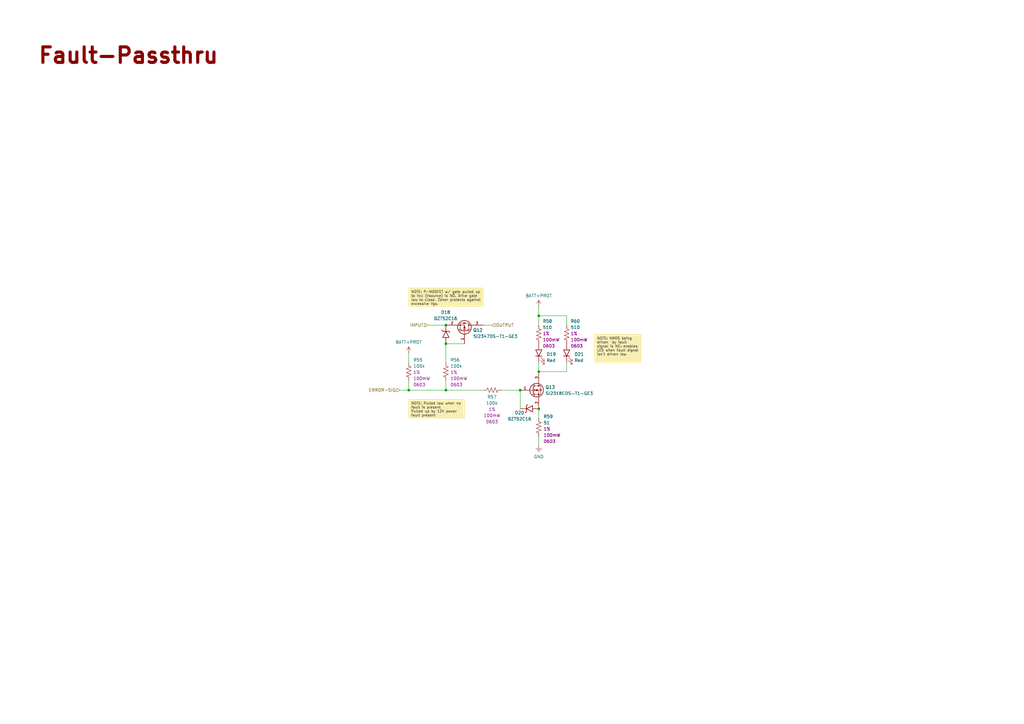
<source format=kicad_sch>
(kicad_sch (version 20250114) (generator "eeschema") (generator_version "9.0")
  (paper "A3")
  (lib_symbols
    (symbol "-Diodes-LED:NCD0805R1" (pin_numbers (hide yes)) (pin_names (hide yes))
      (property "Reference" "D" (at 0 -7.62 0))
      (property "Value" "Red" (at 0 -11.43 0))
      (symbol "NCD0805R1_0_1"
        (polyline (pts (xy 2.54 1.27) (xy 2.54 -1.27) (xy 5.08 0) (xy 2.54 1.27)) (stroke (width 0.254)))
        (polyline (pts (xy 5.08 1.27) (xy 5.08 -1.27)) (stroke (width 0.254)))
        (polyline (pts (xy 5.588 0.762) (xy 7.112 2.286) (xy 6.35 2.286) (xy 7.112 2.286) (xy 7.112 1.524)))
        (polyline (pts (xy 6.858 0.762) (xy 8.382 2.286) (xy 7.62 2.286) (xy 8.382 2.286) (xy 8.382 1.524)))
      )
      (symbol "NCD0805R1_1_1"
        (pin passive line (at 0 0 0) (length 2.54) (name "A") (number "2"))
        (pin passive line (at 7.62 0 180) (length 2.54) (name "K") (number "1"))
      )
    )
    (symbol "-Diodes-Zener:BZT52C16" (pin_numbers (hide yes)) (pin_names (hide yes))
      (property "Reference" "D" (at 0 -7.62 0))
      (property "Value" "BZT52C16" (at 0 -11.43 0))
      (symbol "BZT52C16_0_1"
        (polyline (pts (xy 2.54 1.27) (xy 2.54 -1.27) (xy 5.08 0) (xy 2.54 1.27)) (stroke (width 0.254)))
      )
      (symbol "BZT52C16_1_1"
        (polyline (pts (xy 4.572 -1.651) (xy 5.08 -1.27)) (stroke (width 0.254)))
        (polyline (pts (xy 5.08 1.27) (xy 5.08 -1.27)) (stroke (width 0.254)))
        (polyline (pts (xy 5.08 1.27) (xy 5.588 1.651)) (stroke (width 0.254)))
        (pin passive line (at 0 0 0) (length 2.54) (name "A") (number "2"))
        (pin passive line (at 7.62 0 180) (length 2.54) (name "K") (number "1"))
      )
    )
    (symbol "-MOSFET-N-Channel:SI2318CDS-T1-GE3" (pin_names (hide yes))
      (property "Reference" "Q" (at 0 -19.05 0))
      (property "Value" "SI2318CDS-T1-GE3" (at 0 -22.86 0))
      (symbol "SI2318CDS-T1-GE3_0_1"
        (polyline (pts (xy 5.334 1.905) (xy 5.334 -1.905)) (stroke (width 0.254)))
        (polyline (pts (xy 5.334 0) (xy 3.937 0)))
        (polyline (pts (xy 5.842 2.286) (xy 5.842 1.27)) (stroke (width 0.254)))
        (polyline (pts (xy 5.842 0.508) (xy 5.842 -0.508)) (stroke (width 0.254)))
        (polyline (pts (xy 5.842 -1.27) (xy 5.842 -2.286)) (stroke (width 0.254)))
        (polyline (pts (xy 5.842 -1.778) (xy 8.382 -1.778) (xy 8.382 1.778) (xy 5.842 1.778)))
        (polyline (pts (xy 6.096 0) (xy 7.112 0.381) (xy 7.112 -0.381) (xy 6.096 0)) (fill (type outline)))
        (circle (center 6.731 0) (radius 2.794) (stroke (width 0.254)))
        (polyline (pts (xy 7.62 2.54) (xy 7.62 1.778)))
        (circle (center 7.62 1.778) (radius 0.254) (fill (type outline)))
        (circle (center 7.62 -1.778) (radius 0.254) (fill (type outline)))
        (polyline (pts (xy 7.62 -2.54) (xy 7.62 0) (xy 5.842 0)))
        (polyline (pts (xy 7.874 0.508) (xy 8.001 0.381) (xy 8.763 0.381) (xy 8.89 0.254)))
        (polyline (pts (xy 8.382 0.381) (xy 8.001 -0.254) (xy 8.763 -0.254) (xy 8.382 0.381)))
      )
      (symbol "SI2318CDS-T1-GE3_1_1"
        (pin passive line (at 0 0 0) (length 3.937) (name "G") (number "1"))
        (pin passive line (at 7.62 7.62 270) (length 4.953) (name "D") (number "3"))
        (pin passive line (at 7.62 -7.62 90) (length 4.953) (name "S") (number "2"))
      )
    )
    (symbol "-MOSFET-P-Channel:SI2347DS-T1-GE3" (pin_names (hide yes))
      (property "Reference" "Q" (at 0 -19.05 0))
      (property "Value" "SI2347DS-T1-GE3" (at 0 -22.86 0))
      (symbol "SI2347DS-T1-GE3_0_1"
        (polyline (pts (xy 5.334 1.905) (xy 5.334 -1.905)) (stroke (width 0.254)))
        (polyline (pts (xy 5.334 0) (xy 3.937 0)))
        (polyline (pts (xy 5.842 2.286) (xy 5.842 1.27)) (stroke (width 0.254)))
        (polyline (pts (xy 5.842 1.778) (xy 8.382 1.778) (xy 8.382 -1.778) (xy 5.842 -1.778)))
        (polyline (pts (xy 5.842 0.508) (xy 5.842 -0.508)) (stroke (width 0.254)))
        (polyline (pts (xy 5.842 -1.27) (xy 5.842 -2.286)) (stroke (width 0.254)))
        (circle (center 6.731 0) (radius 2.794) (stroke (width 0.254)))
        (polyline (pts (xy 7.366 0) (xy 6.35 0.381) (xy 6.35 -0.381) (xy 7.366 0)) (fill (type outline)))
        (polyline (pts (xy 7.62 2.54) (xy 7.62 1.778)))
        (circle (center 7.62 1.778) (radius 0.254) (fill (type outline)))
        (circle (center 7.62 -1.778) (radius 0.254) (fill (type outline)))
        (polyline (pts (xy 7.62 -2.54) (xy 7.62 0) (xy 5.842 0)))
        (polyline (pts (xy 7.874 -0.508) (xy 8.001 -0.381) (xy 8.763 -0.381) (xy 8.89 -0.254)))
        (polyline (pts (xy 8.382 -0.381) (xy 8.001 0.254) (xy 8.763 0.254) (xy 8.382 -0.381)))
      )
      (symbol "SI2347DS-T1-GE3_1_1"
        (pin passive line (at 0 0 0) (length 3.937) (name "G") (number "1"))
        (pin passive line (at 7.62 7.62 270) (length 4.953) (name "D") (number "3"))
        (pin passive line (at 7.62 -7.62 90) (length 4.953) (name "S") (number "2"))
      )
    )
    (symbol "-R-SMD-0603:R-0603-100k-1%-100mW-100PPM" (pin_numbers (hide yes)) (pin_names (hide yes))
      (property "Reference" "R" (at 0 -7.62 0))
      (property "Value" "100k" (at 0 -11.43 0))
      (property "Tolerance" "1%" (at 0 -26.67 0))
      (property "Power Rating" "100mW" (at 0 -30.48 0))
      (property "Case/Package" "0603" (at 0 -34.29 0))
      (symbol "R-0603-100k-1%-100mW-100PPM_0_1"
        (polyline (pts (xy 1.524 0) (xy 1.27 0)))
        (polyline (pts (xy 1.524 0) (xy 1.905 1.016) (xy 2.286 0) (xy 2.667 -1.016) (xy 3.048 0)))
        (polyline (pts (xy 3.048 0) (xy 3.429 1.016) (xy 3.81 0) (xy 4.191 -1.016) (xy 4.572 0)))
        (polyline (pts (xy 4.572 0) (xy 4.953 1.016) (xy 5.334 0) (xy 5.715 -1.016) (xy 6.096 0)))
        (polyline (pts (xy 6.096 0) (xy 6.35 0)))
      )
      (symbol "R-0603-100k-1%-100mW-100PPM_1_1"
        (pin passive line (at 0 0 0) (length 1.27) (name "1") (number "1"))
        (pin passive line (at 7.62 0 180) (length 1.27) (name "2") (number "2"))
      )
    )
    (symbol "-R-SMD-0603:R-0603-51-1%-100mW-100PPM" (pin_numbers (hide yes)) (pin_names (hide yes))
      (property "Reference" "R" (at 0 -7.62 0))
      (property "Value" "51" (at 0 -11.43 0))
      (property "Tolerance" "1%" (at 0 -26.67 0))
      (property "Power Rating" "100mW" (at 0 -30.48 0))
      (property "Case/Package" "0603" (at 0 -34.29 0))
      (symbol "R-0603-51-1%-100mW-100PPM_0_1"
        (polyline (pts (xy 1.524 0) (xy 1.27 0)))
        (polyline (pts (xy 1.524 0) (xy 1.905 1.016) (xy 2.286 0) (xy 2.667 -1.016) (xy 3.048 0)))
        (polyline (pts (xy 3.048 0) (xy 3.429 1.016) (xy 3.81 0) (xy 4.191 -1.016) (xy 4.572 0)))
        (polyline (pts (xy 4.572 0) (xy 4.953 1.016) (xy 5.334 0) (xy 5.715 -1.016) (xy 6.096 0)))
        (polyline (pts (xy 6.096 0) (xy 6.35 0)))
      )
      (symbol "R-0603-51-1%-100mW-100PPM_1_1"
        (pin passive line (at 0 0 0) (length 1.27) (name "1") (number "1"))
        (pin passive line (at 7.62 0 180) (length 1.27) (name "2") (number "2"))
      )
    )
    (symbol "-R-SMD-0603:R-0603-510-1%-100mW-100PPM" (pin_numbers (hide yes)) (pin_names (hide yes))
      (property "Reference" "R" (at 0 -7.62 0))
      (property "Value" "510" (at 0 -11.43 0))
      (property "Tolerance" "1%" (at 0 -26.67 0))
      (property "Power Rating" "100mW" (at 0 -30.48 0))
      (property "Case/Package" "0603" (at 0 -34.29 0))
      (symbol "R-0603-510-1%-100mW-100PPM_0_1"
        (polyline (pts (xy 1.524 0) (xy 1.27 0)))
        (polyline (pts (xy 1.524 0) (xy 1.905 1.016) (xy 2.286 0) (xy 2.667 -1.016) (xy 3.048 0)))
        (polyline (pts (xy 3.048 0) (xy 3.429 1.016) (xy 3.81 0) (xy 4.191 -1.016) (xy 4.572 0)))
        (polyline (pts (xy 4.572 0) (xy 4.953 1.016) (xy 5.334 0) (xy 5.715 -1.016) (xy 6.096 0)))
        (polyline (pts (xy 6.096 0) (xy 6.35 0)))
      )
      (symbol "R-0603-510-1%-100mW-100PPM_1_1"
        (pin passive line (at 0 0 0) (length 1.27) (name "1") (number "1"))
        (pin passive line (at 7.62 0 180) (length 1.27) (name "2") (number "2"))
      )
    )
    (symbol "power:Earth" (power) (pin_numbers (hide yes)) (pin_names (offset 0) (hide yes))
      (property "Value" "Earth" (at 0 -3.81 0))
      (symbol "Earth_0_1"
        (polyline (pts (xy -0.635 -1.905) (xy 0.635 -1.905)))
        (polyline (pts (xy -0.127 -2.54) (xy 0.127 -2.54)))
        (polyline (pts (xy 0 -1.27) (xy 0 0)))
        (polyline (pts (xy 1.27 -1.27) (xy -1.27 -1.27)))
      )
      (symbol "Earth_1_1"
        (pin power_in line (at 0 0 270) (length 0) (name "~") (number "1"))
      )
    )
    (symbol "power:VCC" (power) (pin_numbers (hide yes)) (pin_names (offset 0) (hide yes))
      (property "Value" "VCC" (at 0 3.556 0))
      (symbol "VCC_0_1"
        (polyline (pts (xy -0.762 1.27) (xy 0 2.54)))
        (polyline (pts (xy 0 2.54) (xy 0.762 1.27)))
        (polyline (pts (xy 0 0) (xy 0 2.54)))
      )
      (symbol "VCC_1_1"
        (pin power_in line (at 0 0 90) (length 0) (name "~") (number "1"))
      )
    )
  )
  (text "Fault-Passthru" (at 15.24 26.67 0) (effects (font (size 6.35 6.35) (thickness 1.27) (bold yes)) (justify left bottom)))
  (text_box "NOTE: Pulled low when no fault is present\nPulled up by 12V power fault present" (at 167.64 163.83 0) (size 22.86 7.62) (margins 0.9525 0.9525 0.9525 0.9525) (stroke (width 0) (color 245 223 85 1)) (fill (type color) (color 247 238 178 1)) (effects (font (size 1.016 1.016)) (justify left top)))
  (text_box "NOTE: NMOS being driven  by fault signal is NC: enables LED when fault signal isn't driven low" (at 243.84 137.16 0) (size 19.05 11.43) (margins 0.9525 0.9525 0.9525 0.9525) (stroke (width 0) (color 245 223 85 1)) (fill (type color) (color 247 238 178 1)) (effects (font (size 1.016 1.016)) (justify left top)))
  (text_box "NOTE: P-MOSFET w/ gate pulled up to Vcc (Vsource) is NO. Drive gate low to close. Zener protects against excessive Vgs." (at 167.64 118.11 0) (size 30.48 7.62) (margins 0.9525 0.9525 0.9525 0.9525) (stroke (width 0) (color 245 223 85 1)) (fill (type color) (color 247 238 178 1)) (effects (font (size 1.016 1.016)) (justify left top)))
  (junction (at 213.36 160.02))
  (junction (at 182.88 140.97))
  (junction (at 182.88 160.02))
  (junction (at 182.88 133.35))
  (junction (at 220.98 129.54))
  (junction (at 167.64 160.02))
  (junction (at 220.98 167.64))
  (junction (at 220.98 152.4))
  (wire (pts (xy 220.98 167.64) (xy 220.98 171.45)))
  (wire (pts (xy 220.98 129.54) (xy 220.98 133.35)))
  (wire (pts (xy 167.64 144.78) (xy 167.64 148.59)))
  (wire (pts (xy 213.36 160.02) (xy 205.74 160.02)))
  (wire (pts (xy 163.83 160.02) (xy 167.64 160.02)))
  (wire (pts (xy 220.98 148.59) (xy 220.98 152.4)))
  (wire (pts (xy 182.88 140.97) (xy 190.5 140.97)))
  (wire (pts (xy 220.98 129.54) (xy 232.41 129.54)))
  (wire (pts (xy 220.98 152.4) (xy 232.41 152.4)))
  (wire (pts (xy 182.88 140.97) (xy 182.88 148.59)))
  (wire (pts (xy 232.41 129.54) (xy 232.41 133.35)))
  (wire (pts (xy 220.98 179.07) (xy 220.98 182.88)))
  (wire (pts (xy 220.98 125.73) (xy 220.98 129.54)))
  (wire (pts (xy 167.64 156.21) (xy 167.64 160.02)))
  (wire (pts (xy 201.93 133.35) (xy 198.12 133.35)))
  (wire (pts (xy 167.64 160.02) (xy 182.88 160.02)))
  (wire (pts (xy 182.88 156.21) (xy 182.88 160.02)))
  (wire (pts (xy 175.26 133.35) (xy 182.88 133.35)))
  (wire (pts (xy 213.36 160.02) (xy 213.36 167.64)))
  (wire (pts (xy 232.41 148.59) (xy 232.41 152.4)))
  (wire (pts (xy 182.88 160.02) (xy 198.12 160.02)))
  (hierarchical_label "INPUT" (shape input) (at 175.26 133.35 180))
  (hierarchical_label "OUTPUT" (shape input) (at 201.93 133.35 0))
  (hierarchical_label "ERROR-SIG" (shape input) (at 163.83 160.02 180))
  (symbol (lib_id "-R-SMD-0603:R-0603-100k-1%-100mW-100PPM") (at 182.88 156.21 90) (unit 1)
    (property "Reference" "R56" (at 184.7056 147.6295 90) (effects (justify right)))
    (property "Value" "100k" (at 184.7056 150.1695 90) (effects (justify right)))
    (property "Footprint" "Resistor_SMD:R_0603_1608Metric_Pad0.98x0.95mm_HandSolder" (effects (hide yes)))
    (property "Datasheet" "https://jlcpcb.com/api/file/downloadByFileSystemAccessId/8579706350726930432" (effects (hide yes)))
    (property "Description" "100kΩ 0603 JLCPCB Basic Resistor" (effects (hide yes)))
    (property "Tolerance" "1%" (at 184.7056 152.7095 90) (effects (justify right)))
    (property "Power Rating" "100mW" (at 184.7056 155.2495 90) (effects (justify right)))
    (property "Case/Package" "0603" (at 184.7056 157.7895 90) (effects (justify right)))
    (property "Link" "https://jlcpcb.com/partdetail/26546-0603WAF1003T5E/C25803" (effects (hide yes)))
    (property "Manufacturer" "UNI-ROYAL" (effects (hide yes)))
    (property "Manufacturer P/N" "0603WAF1003T5E" (effects (hide yes)))
    (property "Digikey P/N" "RG16P100KBCT-ND" (effects (hide yes)))
    (property "Mouser P/N" "754-RG1608P-104-B-T5" (effects (hide yes)))
    (property "LCSC P/N" "C25803" (effects (hide yes)))
    (instances (project "Shutdown" (path "" (reference "R56") (unit 1)) (path "" (reference "R68") (unit 1)) (path "" (reference "R62") (unit 1))))
  )
  (symbol (lib_id "-R-SMD-0603:R-0603-51-1%-100mW-100PPM") (at 220.98 179.07 90) (unit 1)
    (property "Reference" "R59" (at 222.8921 170.8631 90) (effects (justify right)))
    (property "Value" "51" (at 222.8921 173.4031 90) (effects (justify right)))
    (property "Footprint" "Resistor_SMD:R_0603_1608Metric_Pad0.98x0.95mm_HandSolder" (effects (hide yes)))
    (property "Datasheet" "https://jlcpcb.com/api/file/downloadByFileSystemAccessId/8579706384138620928" (effects (hide yes)))
    (property "Description" "51Ω 0603 JLCPCB Basic Resistor" (effects (hide yes)))
    (property "Tolerance" "1%" (at 222.8921 175.9431 90) (effects (justify right)))
    (property "Power Rating" "100mW" (at 222.8921 178.4831 90) (effects (justify right)))
    (property "Case/Package" "0603" (at 222.8921 181.0231 90) (effects (justify right)))
    (property "Link" "https://jlcpcb.com/partdetail/23924-0603WAF510JT5E/C23197" (effects (hide yes)))
    (property "Manufacturer" "UNI-ROYAL" (effects (hide yes)))
    (property "Manufacturer P/N" "0603WAF510JT5E" (effects (hide yes)))
    (property "Digikey P/N" "RMCF0603FT51R0CT-ND" (effects (hide yes)))
    (property "Mouser P/N" "708-RMCF0603FT51R0" (effects (hide yes)))
    (property "LCSC P/N" "C23197" (effects (hide yes)))
    (instances (project "Shutdown" (path "" (reference "R59") (unit 1)) (path "" (reference "R71") (unit 1)) (path "" (reference "R65") (unit 1))))
  )
  (symbol (lib_id "-Diodes-LED:NCD0805R1") (at 232.41 140.97 270) (unit 1)
    (property "Reference" "D21" (at 235.5885 145.2833 90) (effects (justify left)))
    (property "Value" "Red" (at 235.5885 147.8233 90) (effects (justify left)))
    (property "Footprint" "LED_SMD:LED_0805_2012Metric" (effects (hide yes)))
    (property "Datasheet" "https://jlcpcb.com/api/file/downloadByFileSystemAccessId/8550724080677908480" (effects (hide yes)))
    (property "Description" "Red LED, SMD 0805, 615-630 nm, Vf 1.6-2.6 V" (effects (hide yes)))
    (property "Link" "https://jlcpcb.com/partdetail/85425-NCD0805R1/C84256" (effects (hide yes)))
    (property "Manufacturer" "Foshan NationStar Optoelectronics" (effects (hide yes)))
    (property "Manufacturer P/N" "NCD0805R1" (effects (hide yes)))
    (property "Digikey P/N" "350-2039-1-ND" (effects (hide yes)))
    (property "Mouser P/N" "645-598-8120-107F" (effects (hide yes)))
    (property "LCSC P/N" "C84256" (effects (hide yes)))
    (instances (project "Shutdown" (path "" (reference "D21") (unit 1)) (path "" (reference "D29") (unit 1)) (path "" (reference "D25") (unit 1))))
  )
  (symbol (lib_id "-MOSFET-N-Channel:SI2318CDS-T1-GE3") (at 213.36 160.02 0) (unit 1)
    (property "Reference" "Q13" (at 223.7186 158.8164 0) (effects (justify left)))
    (property "Value" "SI2318CDS-T1-GE3" (at 223.7186 161.3564 0) (effects (justify left)))
    (property "Footprint" "Package_TO_SOT_SMD:SOT-23-3" (effects (hide yes)))
    (property "Datasheet" "https://www.vishay.com/docs/67030/si2318cds.pdf" (effects (hide yes)))
    (property "Description" "N-Channel 40 V 5.6A (Tc) 1.25W (Ta), 2.1W (Tc) Surface Mount SOT-23-3 (TO-236)" (effects (hide yes)))
    (property "Link" "https://www.digikey.com/en/products/detail/vishay-siliconix/SI2318CDS-T1-GE3/3748954?s=N4IgTCBcDaIMoEkwGYCMAOAwgETgWgBVU8BxAUWUwLwDlsQBdAXyA" (effects (hide yes)))
    (property "Manufacturer" "Vishay" (effects (hide yes)))
    (property "Manufacturer P/N" "SI2318CDS-T1-GE3" (effects (hide yes)))
    (property "Digikey P/N" "SI2318CDS-T1-GE3CT-ND" (effects (hide yes)))
    (property "Mouser P/N" "781-SI2318CDS-T1-GE3" (effects (hide yes)))
    (property "LCSC P/N" "C14498" (effects (hide yes)))
    (instances (project "Shutdown" (path "" (reference "Q13") (unit 1)) (path "" (reference "Q17") (unit 1)) (path "" (reference "Q15") (unit 1))))
  )
  (symbol (lib_id "power:Earth") (at 220.98 182.88 0) (unit 1)
    (property "Reference" "#PWR078" (effects (hide yes)))
    (property "Value" "GND" (at 220.98 187.325 0))
    (property "Description" "Power symbol creates a global label with name \"Earth\"" (effects (hide yes)))
    (instances (project "Shutdown" (path "" (reference "#PWR078") (unit 1)) (path "" (reference "#PWR084") (unit 1)) (path "" (reference "#PWR081") (unit 1))))
  )
  (symbol (lib_id "-R-SMD-0603:R-0603-510-1%-100mW-100PPM") (at 220.98 140.97 90) (unit 1)
    (property "Reference" "R58" (at 222.588 131.7328 90) (effects (justify right)))
    (property "Value" "510" (at 222.588 134.2728 90) (effects (justify right)))
    (property "Footprint" "Resistor_SMD:R_0603_1608Metric_Pad0.98x0.95mm_HandSolder" (effects (hide yes)))
    (property "Datasheet" "https://jlcpcb.com/api/file/downloadByFileSystemAccessId/8579706285526474752" (effects (hide yes)))
    (property "Description" "510Ω 0603 JLCPCB Basic Resistor" (effects (hide yes)))
    (property "Tolerance" "1%" (at 222.588 136.8128 90) (effects (justify right)))
    (property "Power Rating" "100mW" (at 222.588 139.3528 90) (effects (justify right)))
    (property "Case/Package" "0603" (at 222.588 141.8928 90) (effects (justify right)))
    (property "Link" "https://jlcpcb.com/partdetail/23920-0603WAF5100T5E/C23193" (effects (hide yes)))
    (property "Manufacturer" "UNI-ROYAL" (effects (hide yes)))
    (property "Manufacturer P/N" "0603WAF5100T5E" (effects (hide yes)))
    (property "Digikey P/N" "RR08P510DCT-ND" (effects (hide yes)))
    (property "Mouser P/N" "754-RR0816P-511D" (effects (hide yes)))
    (property "LCSC P/N" "C23193" (effects (hide yes)))
    (instances (project "Shutdown" (path "" (reference "R58") (unit 1)) (path "" (reference "R70") (unit 1)) (path "" (reference "R64") (unit 1))))
  )
  (symbol (lib_id "-R-SMD-0603:R-0603-100k-1%-100mW-100PPM") (at 198.12 160.02 0) (unit 1)
    (property "Reference" "R57" (at 201.804 162.8047 0))
    (property "Value" "100k" (at 201.804 165.3447 0))
    (property "Footprint" "Resistor_SMD:R_0603_1608Metric_Pad0.98x0.95mm_HandSolder" (effects (hide yes)))
    (property "Datasheet" "https://jlcpcb.com/api/file/downloadByFileSystemAccessId/8579706350726930432" (effects (hide yes)))
    (property "Description" "100kΩ 0603 JLCPCB Basic Resistor" (effects (hide yes)))
    (property "Tolerance" "1%" (at 201.804 167.8847 0))
    (property "Power Rating" "100mW" (at 201.804 170.4247 0))
    (property "Case/Package" "0603" (at 201.804 172.9647 0))
    (property "Link" "https://jlcpcb.com/partdetail/26546-0603WAF1003T5E/C25803" (effects (hide yes)))
    (property "Manufacturer" "UNI-ROYAL" (effects (hide yes)))
    (property "Manufacturer P/N" "0603WAF1003T5E" (effects (hide yes)))
    (property "Digikey P/N" "RG16P100KBCT-ND" (effects (hide yes)))
    (property "Mouser P/N" "754-RG1608P-104-B-T5" (effects (hide yes)))
    (property "LCSC P/N" "C25803" (effects (hide yes)))
    (instances (project "Shutdown" (path "" (reference "R57") (unit 1)) (path "" (reference "R69") (unit 1)) (path "" (reference "R63") (unit 1))))
  )
  (symbol (lib_id "-R-SMD-0603:R-0603-510-1%-100mW-100PPM") (at 232.41 140.97 90) (unit 1)
    (property "Reference" "R60" (at 234.018 131.7328 90) (effects (justify right)))
    (property "Value" "510" (at 234.018 134.2728 90) (effects (justify right)))
    (property "Footprint" "Resistor_SMD:R_0603_1608Metric_Pad0.98x0.95mm_HandSolder" (effects (hide yes)))
    (property "Datasheet" "https://jlcpcb.com/api/file/downloadByFileSystemAccessId/8579706285526474752" (effects (hide yes)))
    (property "Description" "510Ω 0603 JLCPCB Basic Resistor" (effects (hide yes)))
    (property "Tolerance" "1%" (at 234.018 136.8128 90) (effects (justify right)))
    (property "Power Rating" "100mW" (at 234.018 139.3528 90) (effects (justify right)))
    (property "Case/Package" "0603" (at 234.018 141.8928 90) (effects (justify right)))
    (property "Link" "https://jlcpcb.com/partdetail/23920-0603WAF5100T5E/C23193" (effects (hide yes)))
    (property "Manufacturer" "UNI-ROYAL" (effects (hide yes)))
    (property "Manufacturer P/N" "0603WAF5100T5E" (effects (hide yes)))
    (property "Digikey P/N" "RR08P510DCT-ND" (effects (hide yes)))
    (property "Mouser P/N" "754-RR0816P-511D" (effects (hide yes)))
    (property "LCSC P/N" "C23193" (effects (hide yes)))
    (instances (project "Shutdown" (path "" (reference "R60") (unit 1)) (path "" (reference "R72") (unit 1)) (path "" (reference "R66") (unit 1))))
  )
  (symbol (lib_id "-R-SMD-0603:R-0603-100k-1%-100mW-100PPM") (at 167.64 156.21 90) (unit 1)
    (property "Reference" "R55" (at 169.4656 147.6295 90) (effects (justify right)))
    (property "Value" "100k" (at 169.4656 150.1695 90) (effects (justify right)))
    (property "Footprint" "Resistor_SMD:R_0603_1608Metric_Pad0.98x0.95mm_HandSolder" (effects (hide yes)))
    (property "Datasheet" "https://jlcpcb.com/api/file/downloadByFileSystemAccessId/8579706350726930432" (effects (hide yes)))
    (property "Description" "100kΩ 0603 JLCPCB Basic Resistor" (effects (hide yes)))
    (property "Tolerance" "1%" (at 169.4656 152.7095 90) (effects (justify right)))
    (property "Power Rating" "100mW" (at 169.4656 155.2495 90) (effects (justify right)))
    (property "Case/Package" "0603" (at 169.4656 157.7895 90) (effects (justify right)))
    (property "Link" "https://jlcpcb.com/partdetail/26546-0603WAF1003T5E/C25803" (effects (hide yes)))
    (property "Manufacturer" "UNI-ROYAL" (effects (hide yes)))
    (property "Manufacturer P/N" "0603WAF1003T5E" (effects (hide yes)))
    (property "Digikey P/N" "RG16P100KBCT-ND" (effects (hide yes)))
    (property "Mouser P/N" "754-RG1608P-104-B-T5" (effects (hide yes)))
    (property "LCSC P/N" "C25803" (effects (hide yes)))
    (instances (project "Shutdown" (path "" (reference "R55") (unit 1)) (path "" (reference "R67") (unit 1)) (path "" (reference "R61") (unit 1))))
  )
  (symbol (lib_id "-Diodes-Zener:BZT52C16") (at 182.88 140.97 90) (unit 1)
    (property "Reference" "D18" (at 182.784 128.0941 90))
    (property "Value" "BZT52C16" (at 182.784 130.6341 90))
    (property "Footprint" "Diode_SMD:D_SOD-123" (effects (hide yes)))
    (property "Datasheet" "https://diotec.com/request/datasheet/bzt52c2v4.pdf" (effects (hide yes)))
    (property "Description" "Zener Diode 16 V 500 mW ±5% Surface Mount SOD-123F" (effects (hide yes)))
    (property "Link" "https://www.digikey.com/en/products/detail/diotec-semiconductor/BZT52C16/22192605?s=N4IgTCBcDaICwA4DsCC0AhAWgFQKxgGEBGANgO1QDkAREAXQF8g" (effects (hide yes)))
    (property "Manufacturer" "Diotec" (effects (hide yes)))
    (property "Manufacturer P/N" "BZT52C16" (effects (hide yes)))
    (property "Digikey P/N" "4878-BZT52C16CT-ND" (effects (hide yes)))
    (property "Mouser P/N" "637-BZT52C16" (effects (hide yes)))
    (property "LCSC P/N" "C2105" (effects (hide yes)))
    (instances (project "Shutdown" (path "" (reference "D18") (unit 1)) (path "" (reference "D26") (unit 1)) (path "" (reference "D22") (unit 1))))
  )
  (symbol (lib_id "-Diodes-Zener:BZT52C16") (at 220.98 167.64 180) (unit 1)
    (property "Reference" "D20" (at 213.0765 169.2859 0))
    (property "Value" "BZT52C16" (at 213.0765 171.8259 0))
    (property "Footprint" "Diode_SMD:D_SOD-123" (effects (hide yes)))
    (property "Datasheet" "https://diotec.com/request/datasheet/bzt52c2v4.pdf" (effects (hide yes)))
    (property "Description" "Zener Diode 16 V 500 mW ±5% Surface Mount SOD-123F" (effects (hide yes)))
    (property "Link" "https://www.digikey.com/en/products/detail/diotec-semiconductor/BZT52C16/22192605?s=N4IgTCBcDaICwA4DsCC0AhAWgFQKxgGEBGANgO1QDkAREAXQF8g" (effects (hide yes)))
    (property "Manufacturer" "Diotec" (effects (hide yes)))
    (property "Manufacturer P/N" "BZT52C16" (effects (hide yes)))
    (property "Digikey P/N" "4878-BZT52C16CT-ND" (effects (hide yes)))
    (property "Mouser P/N" "637-BZT52C16" (effects (hide yes)))
    (property "LCSC P/N" "C2105" (effects (hide yes)))
    (instances (project "Shutdown" (path "" (reference "D20") (unit 1)) (path "" (reference "D28") (unit 1)) (path "" (reference "D24") (unit 1))))
  )
  (symbol (lib_id "-Diodes-LED:NCD0805R1") (at 220.98 140.97 270) (unit 1)
    (property "Reference" "D19" (at 224.1585 145.2833 90) (effects (justify left)))
    (property "Value" "Red" (at 224.1585 147.8233 90) (effects (justify left)))
    (property "Footprint" "LED_SMD:LED_0805_2012Metric" (effects (hide yes)))
    (property "Datasheet" "https://jlcpcb.com/api/file/downloadByFileSystemAccessId/8550724080677908480" (effects (hide yes)))
    (property "Description" "Red LED, SMD 0805, 615-630 nm, Vf 1.6-2.6 V" (effects (hide yes)))
    (property "Link" "https://jlcpcb.com/partdetail/85425-NCD0805R1/C84256" (effects (hide yes)))
    (property "Manufacturer" "Foshan NationStar Optoelectronics" (effects (hide yes)))
    (property "Manufacturer P/N" "NCD0805R1" (effects (hide yes)))
    (property "Digikey P/N" "350-2039-1-ND" (effects (hide yes)))
    (property "Mouser P/N" "645-598-8120-107F" (effects (hide yes)))
    (property "LCSC P/N" "C84256" (effects (hide yes)))
    (instances (project "Shutdown" (path "" (reference "D19") (unit 1)) (path "" (reference "D27") (unit 1)) (path "" (reference "D23") (unit 1))))
  )
  (symbol (lib_id "power:VCC") (at 220.98 125.73 0) (mirror y) (unit 1)
    (property "Reference" "#PWR077" (effects (hide yes)))
    (property "Value" "BATT+PROT" (at 220.98 121.285 0))
    (property "Description" "Power symbol creates a global label with name \"VCC\"" (effects (hide yes)))
    (instances (project "Shutdown" (path "" (reference "#PWR077") (unit 1)) (path "" (reference "#PWR083") (unit 1)) (path "" (reference "#PWR080") (unit 1))))
  )
  (symbol (lib_id "-MOSFET-P-Channel:SI2347DS-T1-GE3") (at 190.5 140.97 270) (mirror x) (unit 1)
    (property "Reference" "Q12" (at 194.0254 135.4086 90) (effects (justify left)))
    (property "Value" "SI2347DS-T1-GE3" (at 194.0254 137.9486 90) (effects (justify left)))
    (property "Footprint" "Package_TO_SOT_SMD:SOT-23-3" (effects (hide yes)))
    (property "Datasheet" "https://www.vishay.com/docs/62827/si2347ds.pdf" (effects (hide yes)))
    (property "Description" "P-Channel 30 V 5A (Tc) 1.7W (Tc) Surface Mount SOT-23-3 (TO-236)" (effects (hide yes)))
    (property "Link" "https://www.digikey.com/en/products/detail/vishay-siliconix/SI2347DS-T1-GE3/4496222?s=N4IgTCBcDaIMoEkwGYAsB2AInAtAFQEYcBxAUWQGE8cA5TEAXQF8g" (effects (hide yes)))
    (property "Manufacturer" "Vishay" (effects (hide yes)))
    (property "Manufacturer P/N" "SI2347DS-T1-GE3" (effects (hide yes)))
    (property "Digikey P/N" "SI2347DS-T1-GE3CT-ND" (effects (hide yes)))
    (property "Mouser P/N" "78-SI2347DS-T1-GE3" (effects (hide yes)))
    (property "LCSC P/N" "C145002" (effects (hide yes)))
    (instances (project "Shutdown" (path "" (reference "Q12") (unit 1)) (path "" (reference "Q16") (unit 1)) (path "" (reference "Q14") (unit 1))))
  )
  (symbol (lib_id "power:VCC") (at 167.64 144.78 0) (mirror y) (unit 1)
    (property "Reference" "#PWR076" (effects (hide yes)))
    (property "Value" "BATT+PROT" (at 167.64 140.335 0))
    (property "Description" "Power symbol creates a global label with name \"VCC\"" (effects (hide yes)))
    (instances (project "Shutdown" (path "" (reference "#PWR076") (unit 1)) (path "" (reference "#PWR082") (unit 1)) (path "" (reference "#PWR079") (unit 1))))
  )
)
</source>
